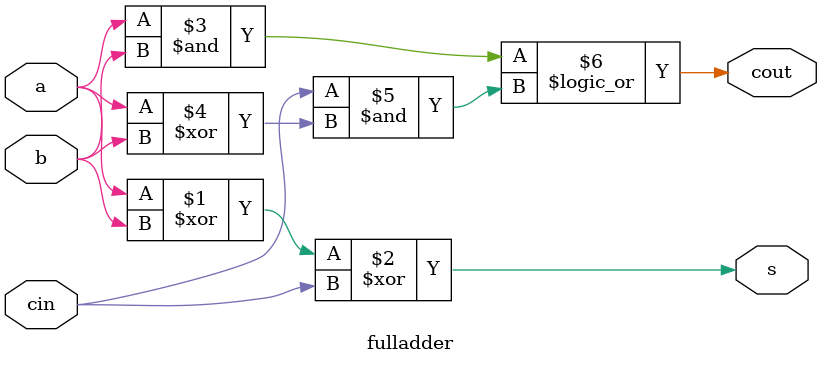
<source format=v>
module fulladder(a,b,cin,s,cout);
	input a,b;
	input cin;
	output s,cout;
	
	assign s=a^b^cin;
	assign cout=a&b||cin&(a^b);


endmodule

</source>
